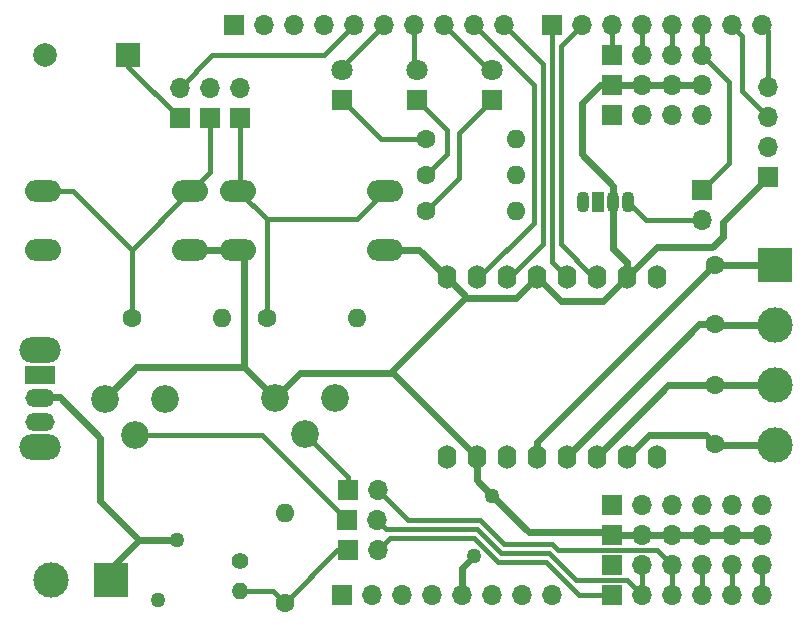
<source format=gbr>
%TF.GenerationSoftware,KiCad,Pcbnew,6.0.10-86aedd382b~118~ubuntu20.04.1*%
%TF.CreationDate,2023-01-05T13:57:26+01:00*%
%TF.ProjectId,BATConcho,42415443-6f6e-4636-986f-2e6b69636164,rev?*%
%TF.SameCoordinates,Original*%
%TF.FileFunction,Copper,L1,Top*%
%TF.FilePolarity,Positive*%
%FSLAX46Y46*%
G04 Gerber Fmt 4.6, Leading zero omitted, Abs format (unit mm)*
G04 Created by KiCad (PCBNEW 6.0.10-86aedd382b~118~ubuntu20.04.1) date 2023-01-05 13:57:26*
%MOMM*%
%LPD*%
G01*
G04 APERTURE LIST*
%TA.AperFunction,ComponentPad*%
%ADD10R,1.700000X1.700000*%
%TD*%
%TA.AperFunction,ComponentPad*%
%ADD11O,1.700000X1.700000*%
%TD*%
%TA.AperFunction,ComponentPad*%
%ADD12C,1.600000*%
%TD*%
%TA.AperFunction,ComponentPad*%
%ADD13O,1.600000X1.600000*%
%TD*%
%TA.AperFunction,ComponentPad*%
%ADD14C,1.270000*%
%TD*%
%TA.AperFunction,ComponentPad*%
%ADD15O,1.070000X1.800000*%
%TD*%
%TA.AperFunction,ComponentPad*%
%ADD16R,1.070000X1.800000*%
%TD*%
%TA.AperFunction,ComponentPad*%
%ADD17O,3.048000X1.850000*%
%TD*%
%TA.AperFunction,ComponentPad*%
%ADD18C,2.340000*%
%TD*%
%TA.AperFunction,ComponentPad*%
%ADD19R,1.800000X1.800000*%
%TD*%
%TA.AperFunction,ComponentPad*%
%ADD20C,1.800000*%
%TD*%
%TA.AperFunction,ComponentPad*%
%ADD21C,1.400000*%
%TD*%
%TA.AperFunction,ComponentPad*%
%ADD22O,1.400000X1.400000*%
%TD*%
%TA.AperFunction,ComponentPad*%
%ADD23R,2.000000X2.000000*%
%TD*%
%TA.AperFunction,ComponentPad*%
%ADD24C,2.000000*%
%TD*%
%TA.AperFunction,ComponentPad*%
%ADD25O,3.500000X2.200000*%
%TD*%
%TA.AperFunction,ComponentPad*%
%ADD26R,2.500000X1.500000*%
%TD*%
%TA.AperFunction,ComponentPad*%
%ADD27O,2.500000X1.500000*%
%TD*%
%TA.AperFunction,ComponentPad*%
%ADD28R,3.000000X3.000000*%
%TD*%
%TA.AperFunction,ComponentPad*%
%ADD29C,3.000000*%
%TD*%
%TA.AperFunction,ComponentPad*%
%ADD30O,1.600000X2.000000*%
%TD*%
%TA.AperFunction,Conductor*%
%ADD31C,0.400000*%
%TD*%
%TA.AperFunction,Conductor*%
%ADD32C,0.600000*%
%TD*%
G04 APERTURE END LIST*
D10*
%TO.P,J4,1,Pin_1*%
%TO.N,unconnected-(J4-Pad1)*%
X127940000Y-97460000D03*
D11*
%TO.P,J4,2,Pin_2*%
%TO.N,/IOREF*%
X130480000Y-97460000D03*
%TO.P,J4,3,Pin_3*%
%TO.N,/~{RESET}*%
X133020000Y-97460000D03*
%TO.P,J4,4,Pin_4*%
%TO.N,Net-(F3-Pad1)*%
X135560000Y-97460000D03*
%TO.P,J4,5,Pin_5*%
%TO.N,Net-(F1-Pad1)*%
X138100000Y-97460000D03*
%TO.P,J4,6,Pin_6*%
%TO.N,GND*%
X140640000Y-97460000D03*
%TO.P,J4,7,Pin_7*%
X143180000Y-97460000D03*
%TO.P,J4,8,Pin_8*%
%TO.N,/Vin*%
X145720000Y-97460000D03*
%TD*%
D10*
%TO.P,J6,1,Pin_1*%
%TO.N,/A0*%
X150800000Y-97460000D03*
D11*
%TO.P,J6,2,Pin_2*%
%TO.N,/A1*%
X153340000Y-97460000D03*
%TO.P,J6,3,Pin_3*%
%TO.N,/A2*%
X155880000Y-97460000D03*
%TO.P,J6,4,Pin_4*%
%TO.N,/A3*%
X158420000Y-97460000D03*
%TO.P,J6,5,Pin_5*%
%TO.N,/SDA{slash}A4*%
X160960000Y-97460000D03*
%TO.P,J6,6,Pin_6*%
%TO.N,/SCL{slash}A5*%
X163500000Y-97460000D03*
%TD*%
D10*
%TO.P,J3,1,Pin_1*%
%TO.N,/SCL{slash}A5*%
X118796000Y-49200000D03*
D11*
%TO.P,J3,2,Pin_2*%
%TO.N,/SDA{slash}A4*%
X121336000Y-49200000D03*
%TO.P,J3,3,Pin_3*%
%TO.N,/AREF*%
X123876000Y-49200000D03*
%TO.P,J3,4,Pin_4*%
%TO.N,GND*%
X126416000Y-49200000D03*
%TO.P,J3,5,Pin_5*%
%TO.N,/13*%
X128956000Y-49200000D03*
%TO.P,J3,6,Pin_6*%
%TO.N,/12*%
X131496000Y-49200000D03*
%TO.P,J3,7,Pin_7*%
%TO.N,/\u002A11*%
X134036000Y-49200000D03*
%TO.P,J3,8,Pin_8*%
%TO.N,/\u002A10*%
X136576000Y-49200000D03*
%TO.P,J3,9,Pin_9*%
%TO.N,/\u002A9*%
X139116000Y-49200000D03*
%TO.P,J3,10,Pin_10*%
%TO.N,/8*%
X141656000Y-49200000D03*
%TD*%
D10*
%TO.P,J7,1,Pin_1*%
%TO.N,/7*%
X145720000Y-49200000D03*
D11*
%TO.P,J7,2,Pin_2*%
%TO.N,/\u002A6*%
X148260000Y-49200000D03*
%TO.P,J7,3,Pin_3*%
%TO.N,/\u002A5*%
X150800000Y-49200000D03*
%TO.P,J7,4,Pin_4*%
%TO.N,/4*%
X153340000Y-49200000D03*
%TO.P,J7,5,Pin_5*%
%TO.N,/\u002A3*%
X155880000Y-49200000D03*
%TO.P,J7,6,Pin_6*%
%TO.N,/2*%
X158420000Y-49200000D03*
%TO.P,J7,7,Pin_7*%
%TO.N,/TX{slash}1*%
X160960000Y-49200000D03*
%TO.P,J7,8,Pin_8*%
%TO.N,/RX{slash}0*%
X163500000Y-49200000D03*
%TD*%
D12*
%TO.P,R2,1*%
%TO.N,Net-(JP2-Pad1)*%
X123114000Y-98095000D03*
D13*
%TO.P,R2,2*%
%TO.N,GND*%
X123114000Y-90475000D03*
%TD*%
D10*
%TO.P,J10,1,Pin_1*%
%TO.N,GND*%
X150800000Y-89840000D03*
D11*
%TO.P,J10,2,Pin_2*%
X153340000Y-89840000D03*
%TO.P,J10,3,Pin_3*%
X155880000Y-89840000D03*
%TO.P,J10,4,Pin_4*%
X158420000Y-89840000D03*
%TO.P,J10,5,Pin_5*%
X160960000Y-89840000D03*
%TO.P,J10,6,Pin_6*%
X163500000Y-89840000D03*
%TD*%
D14*
%TO.P,F1,1*%
%TO.N,Net-(F1-Pad1)*%
X139116000Y-94158000D03*
%TO.P,F1,2*%
%TO.N,+5V*%
X140716000Y-89058000D03*
%TD*%
D10*
%TO.P,J11,1,Pin_1*%
%TO.N,/\u002A5*%
X150800000Y-51740000D03*
D11*
%TO.P,J11,2,Pin_2*%
%TO.N,/4*%
X153340000Y-51740000D03*
%TO.P,J11,3,Pin_3*%
%TO.N,/\u002A3*%
X155880000Y-51740000D03*
%TO.P,J11,4,Pin_4*%
%TO.N,/2*%
X158420000Y-51740000D03*
%TD*%
D15*
%TO.P,D4,1,DOUT*%
%TO.N,unconnected-(D4-Pad1)*%
X148392000Y-64186000D03*
D16*
%TO.P,D4,2,GND*%
%TO.N,GND*%
X149662000Y-64186000D03*
D15*
%TO.P,D4,3,VDD*%
%TO.N,+5V*%
X150932000Y-64186000D03*
%TO.P,D4,4,DIN*%
%TO.N,Net-(D4-Pad4)*%
X152202000Y-64186000D03*
%TD*%
D17*
%TO.P,SW2,1,1*%
%TO.N,Net-(JP6-Pad1)*%
X119160000Y-63210000D03*
X131660000Y-63210000D03*
%TO.P,SW2,2,2*%
%TO.N,+5V*%
X119160000Y-68210000D03*
X131660000Y-68210000D03*
%TD*%
D18*
%TO.P,RV2,1,1*%
%TO.N,+5V*%
X122290000Y-80776000D03*
%TO.P,RV2,2,2*%
%TO.N,Net-(JP5-Pad1)*%
X124830000Y-83824000D03*
%TO.P,RV2,3,3*%
%TO.N,GND*%
X127370000Y-80776000D03*
%TD*%
D19*
%TO.P,D2,1,K*%
%TO.N,Net-(D2-Pad1)*%
X134290000Y-55550000D03*
D20*
%TO.P,D2,2,A*%
%TO.N,/\u002A11*%
X134290000Y-53010000D03*
%TD*%
D10*
%TO.P,JP7,1,A*%
%TO.N,Net-(JP7-Pad1)*%
X116764000Y-57079000D03*
D11*
%TO.P,JP7,2,B*%
%TO.N,/4*%
X116764000Y-54539000D03*
%TD*%
D19*
%TO.P,D3,1,K*%
%TO.N,Net-(D3-Pad1)*%
X140640000Y-55550000D03*
D20*
%TO.P,D3,2,A*%
%TO.N,/\u002A10*%
X140640000Y-53010000D03*
%TD*%
D10*
%TO.P,JP2,1,A*%
%TO.N,Net-(JP2-Pad1)*%
X128448000Y-93650000D03*
D11*
%TO.P,JP2,2,B*%
%TO.N,/A0*%
X130988000Y-93650000D03*
%TD*%
D10*
%TO.P,J5,1,Pin_1*%
%TO.N,+5V*%
X164008000Y-62017000D03*
D11*
%TO.P,J5,2,Pin_2*%
%TO.N,GND*%
X164008000Y-59477000D03*
%TO.P,J5,3,Pin_3*%
%TO.N,/TX{slash}1*%
X164008000Y-56937000D03*
%TO.P,J5,4,Pin_4*%
%TO.N,/RX{slash}0*%
X164008000Y-54397000D03*
%TD*%
D10*
%TO.P,J13,1,Pin_1*%
%TO.N,GND*%
X150810000Y-56820000D03*
D11*
%TO.P,J13,2,Pin_2*%
X153350000Y-56820000D03*
%TO.P,J13,3,Pin_3*%
X155890000Y-56820000D03*
%TO.P,J13,4,Pin_4*%
X158430000Y-56820000D03*
%TD*%
D10*
%TO.P,J12,1,Pin_1*%
%TO.N,+5V*%
X150810000Y-54280000D03*
D11*
%TO.P,J12,2,Pin_2*%
X153350000Y-54280000D03*
%TO.P,J12,3,Pin_3*%
X155890000Y-54280000D03*
%TO.P,J12,4,Pin_4*%
X158430000Y-54280000D03*
%TD*%
D17*
%TO.P,SW3,1,1*%
%TO.N,Net-(JP7-Pad1)*%
X115150000Y-63210000D03*
X102650000Y-63210000D03*
%TO.P,SW3,2,2*%
%TO.N,+5V*%
X115150000Y-68210000D03*
X102650000Y-68210000D03*
%TD*%
D19*
%TO.P,D1,1,K*%
%TO.N,Net-(D1-Pad1)*%
X127940000Y-55550000D03*
D20*
%TO.P,D1,2,A*%
%TO.N,/12*%
X127940000Y-53010000D03*
%TD*%
D10*
%TO.P,JP6,1,A*%
%TO.N,Net-(JP6-Pad1)*%
X119304000Y-57079000D03*
D11*
%TO.P,JP6,2,B*%
%TO.N,/\u002A3*%
X119304000Y-54539000D03*
%TD*%
D12*
%TO.P,R7,1*%
%TO.N,Net-(JP7-Pad1)*%
X110160000Y-73965000D03*
D13*
%TO.P,R7,2*%
%TO.N,GND*%
X117780000Y-73965000D03*
%TD*%
D12*
%TO.P,C1,1*%
%TO.N,Net-(C1-Pad1)*%
X159563000Y-69520000D03*
%TO.P,C1,2*%
%TO.N,Net-(C1-Pad2)*%
X159563000Y-74520000D03*
%TD*%
%TO.P,C2,1*%
%TO.N,Net-(C2-Pad1)*%
X159563000Y-79680000D03*
%TO.P,C2,2*%
%TO.N,Net-(C2-Pad2)*%
X159563000Y-84680000D03*
%TD*%
%TO.P,R6,1*%
%TO.N,Net-(JP6-Pad1)*%
X121590000Y-73965000D03*
D13*
%TO.P,R6,2*%
%TO.N,GND*%
X129210000Y-73965000D03*
%TD*%
D10*
%TO.P,JP5,1,A*%
%TO.N,Net-(JP5-Pad1)*%
X128448000Y-88570000D03*
D11*
%TO.P,JP5,2,B*%
%TO.N,/A2*%
X130988000Y-88570000D03*
%TD*%
D12*
%TO.P,R3,1*%
%TO.N,Net-(D1-Pad1)*%
X135052000Y-58852000D03*
D13*
%TO.P,R3,2*%
%TO.N,GND*%
X142672000Y-58852000D03*
%TD*%
D21*
%TO.P,R1,1*%
%TO.N,+5V*%
X119304000Y-94539000D03*
D22*
%TO.P,R1,2*%
%TO.N,Net-(JP2-Pad1)*%
X119304000Y-97079000D03*
%TD*%
D10*
%TO.P,JP1,1,A*%
%TO.N,Net-(BZ1-Pad1)*%
X114224000Y-57079000D03*
D11*
%TO.P,JP1,2,B*%
%TO.N,/13*%
X114224000Y-54539000D03*
%TD*%
D14*
%TO.P,F2,1*%
%TO.N,Net-(F2-Pad1)*%
X112408000Y-97851000D03*
%TO.P,F2,2*%
%TO.N,/STUP_IN*%
X114008000Y-92751000D03*
%TD*%
D18*
%TO.P,RV1,1,1*%
%TO.N,+5V*%
X107874000Y-80823000D03*
%TO.P,RV1,2,2*%
%TO.N,Net-(JP3-Pad1)*%
X110414000Y-83871000D03*
%TO.P,RV1,3,3*%
%TO.N,GND*%
X112954000Y-80823000D03*
%TD*%
D23*
%TO.P,BZ1,1,-*%
%TO.N,Net-(BZ1-Pad1)*%
X109860000Y-51740000D03*
D24*
%TO.P,BZ1,2,+*%
%TO.N,GND*%
X102860000Y-51740000D03*
%TD*%
D25*
%TO.P,SW1,*%
%TO.N,*%
X102413000Y-76691000D03*
X102413000Y-84891000D03*
D26*
%TO.P,SW1,1,A*%
%TO.N,/+BAT*%
X102413000Y-78791000D03*
D27*
%TO.P,SW1,2,B*%
%TO.N,/STUP_IN*%
X102413000Y-80791000D03*
%TO.P,SW1,3*%
%TO.N,N/C*%
X102413000Y-82791000D03*
%TD*%
D28*
%TO.P,J2,1,Pin_1*%
%TO.N,Net-(C1-Pad1)*%
X164643000Y-69520000D03*
D29*
%TO.P,J2,2,Pin_2*%
%TO.N,Net-(C1-Pad2)*%
X164643000Y-74600000D03*
%TO.P,J2,3,Pin_3*%
%TO.N,Net-(C2-Pad1)*%
X164643000Y-79680000D03*
%TO.P,J2,4,Pin_4*%
%TO.N,Net-(C2-Pad2)*%
X164643000Y-84760000D03*
%TD*%
D28*
%TO.P,J1,1,Pin_1*%
%TO.N,/STUP_IN*%
X108382000Y-96190000D03*
D29*
%TO.P,J1,2,Pin_2*%
%TO.N,/+BAT*%
X103302000Y-96190000D03*
%TD*%
D12*
%TO.P,R4,1*%
%TO.N,Net-(D2-Pad1)*%
X135052000Y-61900000D03*
D13*
%TO.P,R4,2*%
%TO.N,GND*%
X142672000Y-61900000D03*
%TD*%
D12*
%TO.P,R5,1*%
%TO.N,Net-(D3-Pad1)*%
X135052000Y-64948000D03*
D13*
%TO.P,R5,2*%
%TO.N,GND*%
X142672000Y-64948000D03*
%TD*%
D10*
%TO.P,JP3,1,A*%
%TO.N,Net-(JP3-Pad1)*%
X128443000Y-91110000D03*
D11*
%TO.P,JP3,2,B*%
%TO.N,/A1*%
X130983000Y-91110000D03*
%TD*%
D10*
%TO.P,J8,1,Pin_1*%
%TO.N,/A0*%
X150800000Y-94920000D03*
D11*
%TO.P,J8,2,Pin_2*%
%TO.N,/A1*%
X153340000Y-94920000D03*
%TO.P,J8,3,Pin_3*%
%TO.N,/A2*%
X155880000Y-94920000D03*
%TO.P,J8,4,Pin_4*%
%TO.N,/A3*%
X158420000Y-94920000D03*
%TO.P,J8,5,Pin_5*%
%TO.N,/SDA{slash}A4*%
X160960000Y-94920000D03*
%TO.P,J8,6,Pin_6*%
%TO.N,/SCL{slash}A5*%
X163500000Y-94920000D03*
%TD*%
D30*
%TO.P,U1,1,VMOT*%
%TO.N,Net-(F2-Pad1)*%
X136830000Y-85776000D03*
%TO.P,U1,2,VCC*%
%TO.N,+5V*%
X139370000Y-85776000D03*
%TO.P,U1,3,GND*%
%TO.N,GND*%
X141910000Y-85776000D03*
%TO.P,U1,4,AO1*%
%TO.N,Net-(C1-Pad1)*%
X144450000Y-85776000D03*
%TO.P,U1,5,AO2*%
%TO.N,Net-(C1-Pad2)*%
X146990000Y-85776000D03*
%TO.P,U1,6,BO2*%
%TO.N,Net-(C2-Pad1)*%
X149530000Y-85776000D03*
%TO.P,U1,7,BO1*%
%TO.N,Net-(C2-Pad2)*%
X152070000Y-85776000D03*
%TO.P,U1,8,GND*%
%TO.N,GND*%
X154610000Y-85776000D03*
%TO.P,U1,9,GND*%
X154610000Y-70536000D03*
%TO.P,U1,10,PWMB*%
%TO.N,+5V*%
X152070000Y-70536000D03*
%TO.P,U1,11,BIN2*%
%TO.N,/\u002A6*%
X149530000Y-70536000D03*
%TO.P,U1,12,BIN1*%
%TO.N,/7*%
X146990000Y-70536000D03*
%TO.P,U1,13,STBY*%
%TO.N,+5V*%
X144450000Y-70536000D03*
%TO.P,U1,14,AIN1*%
%TO.N,/8*%
X141910000Y-70536000D03*
%TO.P,U1,15,AIN2*%
%TO.N,/\u002A9*%
X139370000Y-70536000D03*
%TO.P,U1,16,PWMA*%
%TO.N,+5V*%
X136830000Y-70536000D03*
%TD*%
D10*
%TO.P,JP4,1,A*%
%TO.N,/2*%
X158420000Y-63170000D03*
D11*
%TO.P,JP4,2,B*%
%TO.N,Net-(D4-Pad4)*%
X158420000Y-65710000D03*
%TD*%
D10*
%TO.P,J9,1,Pin_1*%
%TO.N,+5V*%
X150800000Y-92380000D03*
D11*
%TO.P,J9,2,Pin_2*%
X153340000Y-92380000D03*
%TO.P,J9,3,Pin_3*%
X155880000Y-92380000D03*
%TO.P,J9,4,Pin_4*%
X158420000Y-92380000D03*
%TO.P,J9,5,Pin_5*%
X160960000Y-92380000D03*
%TO.P,J9,6,Pin_6*%
X163500000Y-92380000D03*
%TD*%
D31*
%TO.N,Net-(BZ1-Pad1)*%
X109860000Y-52705000D02*
X109860000Y-51740000D01*
X114224000Y-57069000D02*
X109860000Y-52705000D01*
D32*
%TO.N,+5V*%
X148260000Y-55804000D02*
X148260000Y-60122000D01*
X144450000Y-70536000D02*
X142672000Y-72314000D01*
X150932000Y-64186000D02*
X150932000Y-68001000D01*
X160198000Y-67107000D02*
X159304000Y-68001000D01*
X138481000Y-72187000D02*
X132258000Y-78410000D01*
X119670000Y-78156000D02*
X119670000Y-68720000D01*
X140716000Y-89058000D02*
X143784000Y-92126000D01*
X150800000Y-92380000D02*
X153340000Y-92380000D01*
X134504000Y-68210000D02*
X131660000Y-68210000D01*
X132258000Y-78410000D02*
X132258000Y-78664000D01*
X119160000Y-68210000D02*
X115150000Y-68210000D01*
X138608000Y-72314000D02*
X138481000Y-72187000D01*
X155880000Y-92380000D02*
X158420000Y-92380000D01*
X139370000Y-87712000D02*
X140716000Y-89058000D01*
X164008000Y-62017000D02*
X160198000Y-65827000D01*
X139370000Y-85776000D02*
X139370000Y-87712000D01*
X159299000Y-67996000D02*
X154610000Y-67996000D01*
X150810000Y-54280000D02*
X149784000Y-54280000D01*
X150932000Y-68128000D02*
X152070000Y-69266000D01*
X107874000Y-80823000D02*
X110541000Y-78156000D01*
X138481000Y-72187000D02*
X136830000Y-70536000D01*
X153340000Y-92380000D02*
X155880000Y-92380000D01*
X155890000Y-54280000D02*
X158430000Y-54280000D01*
X160960000Y-92380000D02*
X163500000Y-92380000D01*
X150932000Y-62794000D02*
X150932000Y-64186000D01*
X149784000Y-54280000D02*
X148260000Y-55804000D01*
X158420000Y-92380000D02*
X160960000Y-92380000D01*
X124402000Y-78664000D02*
X122290000Y-80776000D01*
X148260000Y-60122000D02*
X150932000Y-62794000D01*
X142672000Y-72314000D02*
X138608000Y-72314000D01*
X153350000Y-54280000D02*
X155890000Y-54280000D01*
X150546000Y-92126000D02*
X150800000Y-92380000D01*
X150038000Y-72568000D02*
X146482000Y-72568000D01*
X146482000Y-72568000D02*
X144450000Y-70536000D01*
X143784000Y-92126000D02*
X150546000Y-92126000D01*
X152070000Y-69266000D02*
X152070000Y-70536000D01*
X152070000Y-70536000D02*
X150038000Y-72568000D01*
X132258000Y-78664000D02*
X124402000Y-78664000D01*
X139370000Y-85776000D02*
X132258000Y-78664000D01*
X154610000Y-67996000D02*
X152070000Y-70536000D01*
X160198000Y-65827000D02*
X160198000Y-67107000D01*
X110541000Y-78156000D02*
X119670000Y-78156000D01*
X119670000Y-68720000D02*
X119160000Y-68210000D01*
X150932000Y-68001000D02*
X150932000Y-68128000D01*
X119670000Y-78156000D02*
X122290000Y-80776000D01*
X150810000Y-54280000D02*
X153350000Y-54280000D01*
X159304000Y-68001000D02*
X159299000Y-67996000D01*
X136830000Y-70536000D02*
X134504000Y-68210000D01*
D31*
%TO.N,/A0*%
X139116000Y-92634000D02*
X132004000Y-92634000D01*
X150800000Y-97460000D02*
X148006000Y-97460000D01*
X132004000Y-92634000D02*
X130988000Y-93650000D01*
X145212000Y-94666000D02*
X141148000Y-94666000D01*
X148006000Y-97460000D02*
X145212000Y-94666000D01*
X141148000Y-94666000D02*
X139116000Y-92634000D01*
%TO.N,/A1*%
X141402000Y-93904000D02*
X139370000Y-91872000D01*
X147752000Y-96190000D02*
X145466000Y-93904000D01*
X131745000Y-91872000D02*
X130983000Y-91110000D01*
X145466000Y-93904000D02*
X141402000Y-93904000D01*
X153340000Y-97460000D02*
X153340000Y-94920000D01*
X153340000Y-97460000D02*
X152070000Y-96190000D01*
X152070000Y-96190000D02*
X147752000Y-96190000D01*
X139370000Y-91872000D02*
X131745000Y-91872000D01*
%TO.N,/A2*%
X154610000Y-93650000D02*
X146228000Y-93650000D01*
X146228000Y-93650000D02*
X145720000Y-93142000D01*
X139624000Y-91110000D02*
X133528000Y-91110000D01*
X155880000Y-94920000D02*
X154610000Y-93650000D01*
X141656000Y-93142000D02*
X139624000Y-91110000D01*
X155880000Y-97460000D02*
X155880000Y-94920000D01*
X133528000Y-91110000D02*
X130988000Y-88570000D01*
X145720000Y-93142000D02*
X141656000Y-93142000D01*
%TO.N,/A3*%
X158420000Y-97460000D02*
X158420000Y-94920000D01*
%TO.N,/SDA{slash}A4*%
X160960000Y-97460000D02*
X160960000Y-94920000D01*
%TO.N,/SCL{slash}A5*%
X163500000Y-97460000D02*
X163500000Y-94920000D01*
%TO.N,/13*%
X117013000Y-51740000D02*
X114224000Y-54529000D01*
X128956000Y-49200000D02*
X126416000Y-51740000D01*
X126416000Y-51740000D02*
X117013000Y-51740000D01*
%TO.N,/12*%
X127940000Y-52756000D02*
X127940000Y-53010000D01*
X131496000Y-49200000D02*
X127940000Y-52756000D01*
%TO.N,/8*%
X144958000Y-52502000D02*
X144958000Y-67742000D01*
X142164000Y-70536000D02*
X141910000Y-70536000D01*
X141656000Y-49200000D02*
X144958000Y-52502000D01*
X144958000Y-67742000D02*
X142164000Y-70536000D01*
%TO.N,/7*%
X145720000Y-69266000D02*
X146990000Y-70536000D01*
X145720000Y-49200000D02*
X145720000Y-69266000D01*
%TO.N,/\u002A11*%
X134036000Y-52756000D02*
X134290000Y-53010000D01*
X134036000Y-49200000D02*
X134036000Y-52756000D01*
%TO.N,/\u002A10*%
X136576000Y-49200000D02*
X140386000Y-53010000D01*
X140386000Y-53010000D02*
X140640000Y-53010000D01*
%TO.N,/\u002A9*%
X139116000Y-49200000D02*
X144196000Y-54280000D01*
X139619000Y-70536000D02*
X139370000Y-70536000D01*
X144196000Y-54280000D02*
X144196000Y-65959000D01*
X144196000Y-65959000D02*
X139619000Y-70536000D01*
%TO.N,/4*%
X153340000Y-49200000D02*
X153340000Y-51740000D01*
%TO.N,/2*%
X158420000Y-49200000D02*
X158420000Y-51740000D01*
X160706000Y-60884000D02*
X158420000Y-63170000D01*
X160706000Y-54026000D02*
X160706000Y-60884000D01*
X158420000Y-51740000D02*
X160706000Y-54026000D01*
%TO.N,/\u002A6*%
X146482000Y-50978000D02*
X146482000Y-67757000D01*
X149261000Y-70536000D02*
X149530000Y-70536000D01*
X148260000Y-49200000D02*
X146482000Y-50978000D01*
X146482000Y-67757000D02*
X149261000Y-70536000D01*
%TO.N,/\u002A5*%
X150800000Y-49200000D02*
X150800000Y-51740000D01*
%TO.N,/TX{slash}1*%
X161849000Y-54778000D02*
X164008000Y-56937000D01*
X160960000Y-49200000D02*
X161849000Y-50089000D01*
X161849000Y-50089000D02*
X161849000Y-54778000D01*
%TO.N,/\u002A3*%
X155880000Y-49200000D02*
X155880000Y-51740000D01*
%TO.N,/RX{slash}0*%
X163500000Y-49200000D02*
X164008000Y-49708000D01*
X164008000Y-49708000D02*
X164008000Y-54397000D01*
D32*
%TO.N,Net-(C1-Pad1)*%
X159436000Y-69520000D02*
X144450000Y-84506000D01*
X159563000Y-69520000D02*
X159436000Y-69520000D01*
X144450000Y-84506000D02*
X144450000Y-85776000D01*
X164643000Y-69520000D02*
X159563000Y-69520000D01*
%TO.N,Net-(C1-Pad2)*%
X159643000Y-74600000D02*
X159563000Y-74520000D01*
X159563000Y-74520000D02*
X158243500Y-74520000D01*
X146990000Y-85773500D02*
X146990000Y-85776000D01*
X158243500Y-74520000D02*
X146990000Y-85773500D01*
X164643000Y-74600000D02*
X159643000Y-74600000D01*
%TO.N,Net-(C2-Pad1)*%
X155623500Y-79680000D02*
X149530000Y-85773500D01*
X164643000Y-79680000D02*
X159563000Y-79680000D01*
X159563000Y-79680000D02*
X155623500Y-79680000D01*
X149530000Y-85773500D02*
X149530000Y-85776000D01*
%TO.N,Net-(C2-Pad2)*%
X159643000Y-84760000D02*
X159563000Y-84680000D01*
X158763001Y-83880001D02*
X153963499Y-83880001D01*
X164643000Y-84760000D02*
X159643000Y-84760000D01*
X153963499Y-83880001D02*
X152070000Y-85773500D01*
X152070000Y-85773500D02*
X152070000Y-85776000D01*
X159563000Y-84680000D02*
X158763001Y-83880001D01*
D31*
%TO.N,Net-(D1-Pad1)*%
X127940000Y-55550000D02*
X131242000Y-58852000D01*
X131242000Y-58852000D02*
X135052000Y-58852000D01*
%TO.N,Net-(D2-Pad1)*%
X136830000Y-58090000D02*
X136830000Y-60122000D01*
X136830000Y-60122000D02*
X135052000Y-61900000D01*
X134290000Y-55550000D02*
X136830000Y-58090000D01*
%TO.N,Net-(D3-Pad1)*%
X137846000Y-62154000D02*
X135052000Y-64948000D01*
X137846000Y-58344000D02*
X137846000Y-62154000D01*
X140640000Y-55550000D02*
X137846000Y-58344000D01*
D32*
%TO.N,Net-(F1-Pad1)*%
X138100000Y-95174000D02*
X138100000Y-97460000D01*
X139116000Y-94158000D02*
X138100000Y-95174000D01*
%TO.N,/STUP_IN*%
X107493000Y-84125000D02*
X107493000Y-89459000D01*
X108382000Y-95174000D02*
X108382000Y-96190000D01*
X110785000Y-92751000D02*
X110805000Y-92751000D01*
X110805000Y-92751000D02*
X108382000Y-95174000D01*
X104064000Y-80696000D02*
X107493000Y-84125000D01*
X102413000Y-80791000D02*
X102508000Y-80696000D01*
X102508000Y-80696000D02*
X104064000Y-80696000D01*
X114008000Y-92751000D02*
X110805000Y-92751000D01*
X107493000Y-89459000D02*
X110785000Y-92751000D01*
D31*
%TO.N,Net-(JP2-Pad1)*%
X128448000Y-93650000D02*
X127559000Y-93650000D01*
X123114000Y-98095000D02*
X122098000Y-97079000D01*
X127559000Y-93650000D02*
X123114000Y-98095000D01*
X122098000Y-97079000D02*
X119304000Y-97079000D01*
%TO.N,Net-(JP3-Pad1)*%
X128443000Y-91110000D02*
X128443000Y-91105000D01*
X121209000Y-83871000D02*
X110414000Y-83871000D01*
X128443000Y-91105000D02*
X121209000Y-83871000D01*
%TO.N,Net-(D4-Pad4)*%
X158420000Y-65710000D02*
X153726000Y-65710000D01*
X153726000Y-65710000D02*
X152202000Y-64186000D01*
%TO.N,Net-(JP5-Pad1)*%
X128448000Y-88570000D02*
X128448000Y-87442000D01*
X128448000Y-87442000D02*
X124830000Y-83824000D01*
%TO.N,Net-(JP6-Pad1)*%
X129230000Y-65640000D02*
X131660000Y-63210000D01*
X121590000Y-65640000D02*
X129230000Y-65640000D01*
X119304000Y-57079000D02*
X119304000Y-63066000D01*
X119160000Y-63210000D02*
X121590000Y-65640000D01*
X121590000Y-65640000D02*
X121590000Y-73965000D01*
X119304000Y-63066000D02*
X119160000Y-63210000D01*
%TO.N,Net-(JP7-Pad1)*%
X116764000Y-57079000D02*
X116764000Y-61596000D01*
X116764000Y-61596000D02*
X115150000Y-63210000D01*
X110160000Y-68200000D02*
X110160000Y-73965000D01*
X110160000Y-68200000D02*
X105170000Y-63210000D01*
X105170000Y-63210000D02*
X102650000Y-63210000D01*
X115150000Y-63210000D02*
X110160000Y-68200000D01*
%TD*%
M02*

</source>
